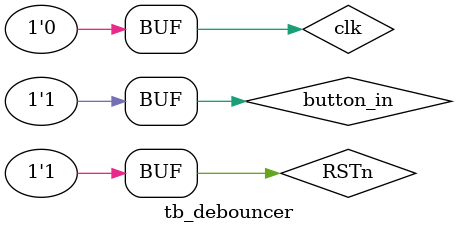
<source format=sv>
`timescale 1 ns/10 ps  // time-unit = 1 ns, precision = 10 ps

module tb_debouncer;

logic RSTn, clk;
logic button_in, button_out;

debouncer #(10) DUT (.clk(clk), .RSTn(RSTn), .button_in(button_in), .button_out(button_out));

initial
begin
  RSTn = 1'b0;
  button_in = 1'b1;
  clk = 1'b0;
  #40us;
  RSTn = 1'b1;
  button_in = 1'b1;
  #60us;
  RSTn = 1'b1;
  button_in = 1'b0;
  #160us;
  RSTn = 1'b1;
  button_in = 1'b1;
end

// Clock generator
always
begin
  #5us clk = 1;
  #5us clk = 0;
end


endmodule

</source>
